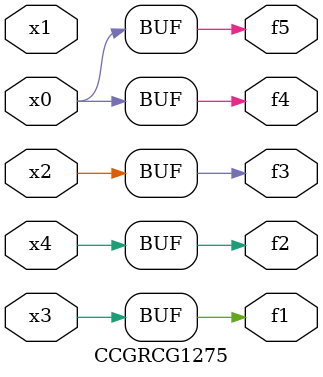
<source format=v>
module CCGRCG1275(
	input x0, x1, x2, x3, x4,
	output f1, f2, f3, f4, f5
);
	assign f1 = x3;
	assign f2 = x4;
	assign f3 = x2;
	assign f4 = x0;
	assign f5 = x0;
endmodule

</source>
